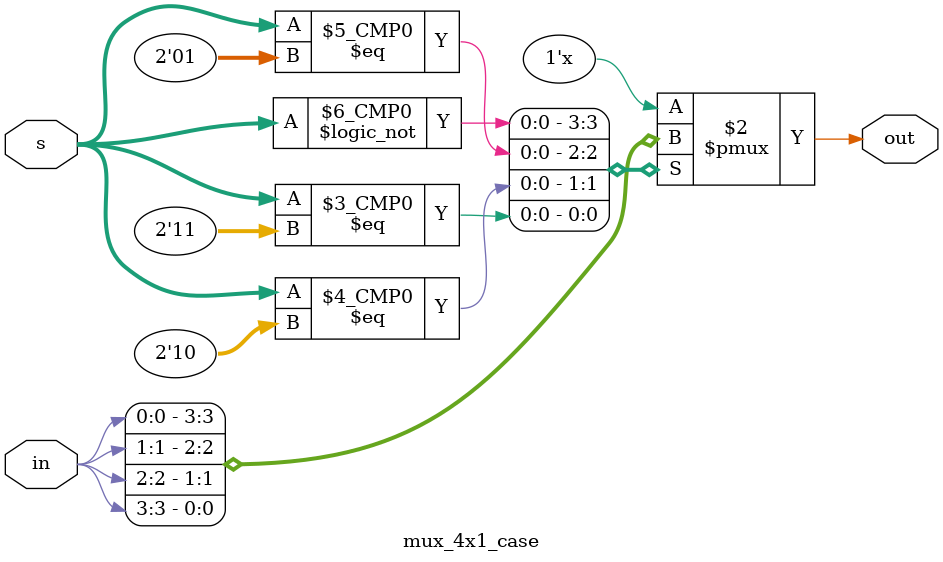
<source format=v>
`timescale 1ns / 1ps

module mux_4x1_case(input [3:0] in, input [1:0] s, output reg out);
always @*
begin
case(s)
2'b00 : out = in[0];
2'b01:out = in[1];
2'b10:out=in[2];
2'b11:out=in[3];
default: out=1'bx;
endcase
end

endmodule

</source>
